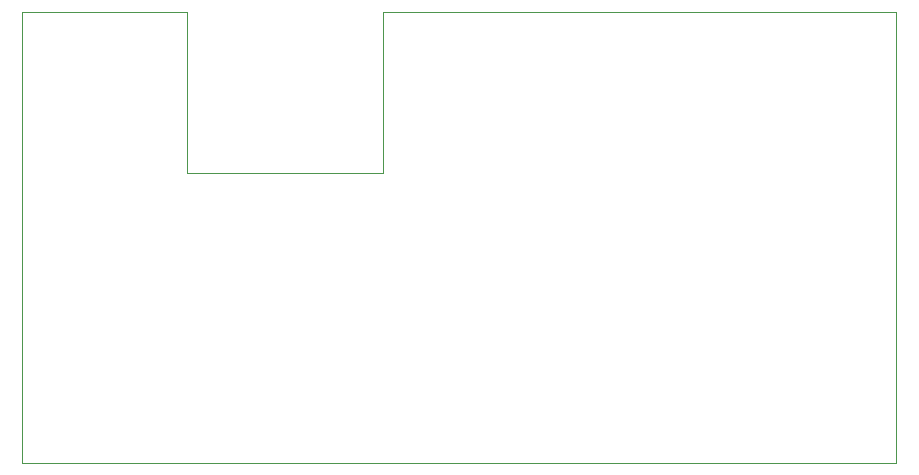
<source format=gm1>
G04 #@! TF.GenerationSoftware,KiCad,Pcbnew,(5.1.2)-1*
G04 #@! TF.CreationDate,2019-09-07T09:30:14+02:00*
G04 #@! TF.ProjectId,Anti-Spark,416e7469-2d53-4706-9172-6b2e6b696361,rev?*
G04 #@! TF.SameCoordinates,Original*
G04 #@! TF.FileFunction,Profile,NP*
%FSLAX46Y46*%
G04 Gerber Fmt 4.6, Leading zero omitted, Abs format (unit mm)*
G04 Created by KiCad (PCBNEW (5.1.2)-1) date 2019-09-07 09:30:14*
%MOMM*%
%LPD*%
G04 APERTURE LIST*
%ADD10C,0.100000*%
G04 APERTURE END LIST*
D10*
X73100000Y-36100000D02*
X87000000Y-36100000D01*
X73100000Y-74300000D02*
X73100000Y-36100000D01*
X147100000Y-74300000D02*
X73100000Y-74300000D01*
X147100000Y-36100000D02*
X147100000Y-74300000D01*
X103600000Y-36100000D02*
X147100000Y-36100000D01*
X103600000Y-49700000D02*
X103600000Y-36100000D01*
X87000000Y-49700000D02*
X103600000Y-49700000D01*
X87000000Y-36100000D02*
X87000000Y-49700000D01*
M02*

</source>
